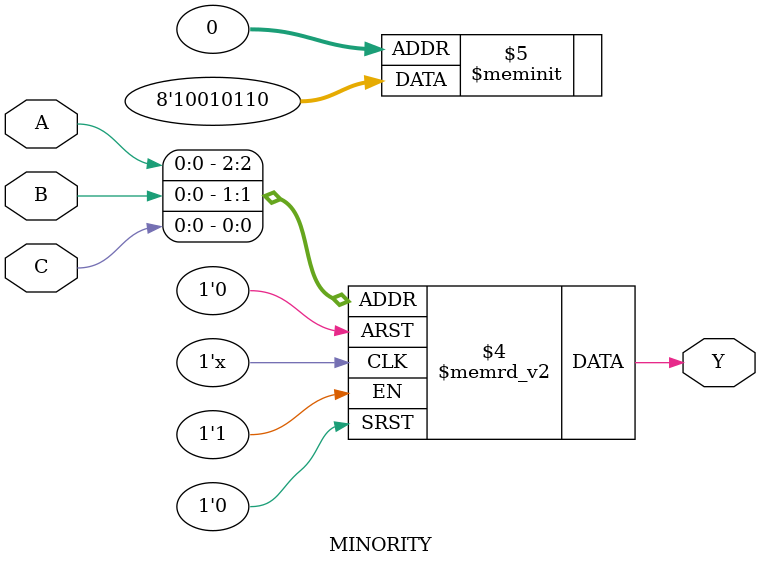
<source format=v>
module MINORITY(input A, B, C, output reg Y);

always @(*)
begin
	case ({A,B,C})
		3'b000 : Y <= 1'b0;
		3'b001 : Y <= 1'b1;
		3'b010 : Y <= 1'b1;
		3'b011 : Y <= 1'b0;
		3'b100 : Y <= 1'b1;
		3'b101 : Y <= 1'b0;
		3'b110 : Y <= 1'b0;
		3'b111 : Y <= 1'b1;
		default : Y <= 1'bx;
	endcase
end
endmodule

</source>
